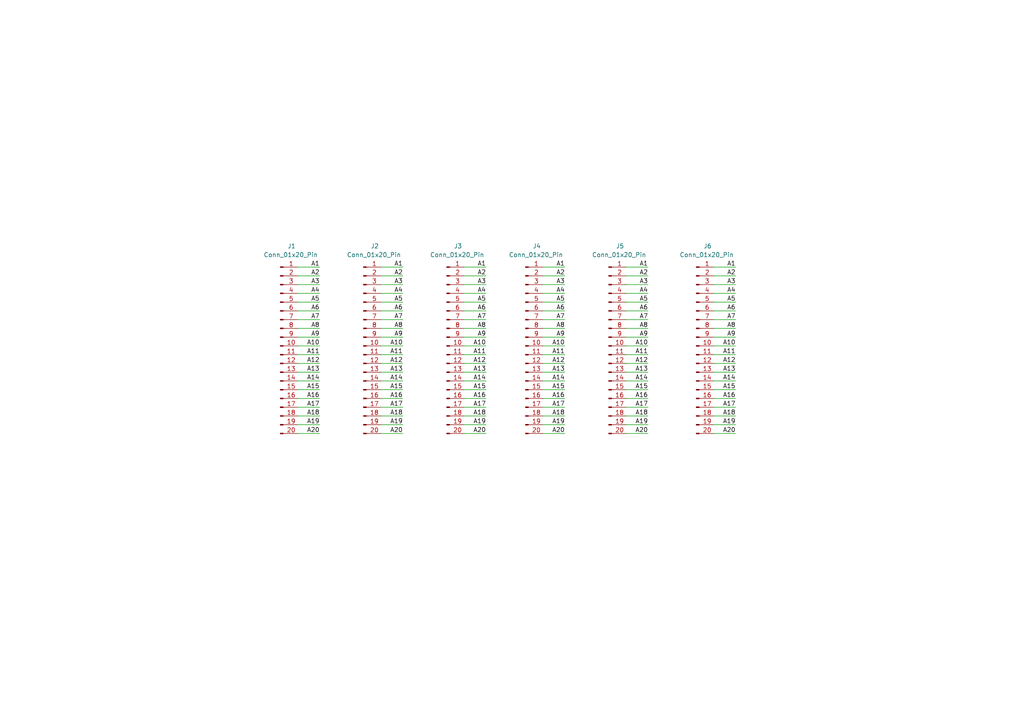
<source format=kicad_sch>
(kicad_sch
	(version 20231120)
	(generator "eeschema")
	(generator_version "8.0")
	(uuid "682f5cde-d800-49ec-b236-ce17a26fc645")
	(paper "A4")
	(title_block
		(title "Connector pitch Conveter")
		(rev "1")
		(company "Amos Home")
	)
	(lib_symbols
		(symbol "Connector:Conn_01x20_Pin"
			(pin_names
				(offset 1.016) hide)
			(exclude_from_sim no)
			(in_bom yes)
			(on_board yes)
			(property "Reference" "J"
				(at 0 25.4 0)
				(effects
					(font
						(size 1.27 1.27)
					)
				)
			)
			(property "Value" "Conn_01x20_Pin"
				(at 0 -27.94 0)
				(effects
					(font
						(size 1.27 1.27)
					)
				)
			)
			(property "Footprint" ""
				(at 0 0 0)
				(effects
					(font
						(size 1.27 1.27)
					)
					(hide yes)
				)
			)
			(property "Datasheet" "~"
				(at 0 0 0)
				(effects
					(font
						(size 1.27 1.27)
					)
					(hide yes)
				)
			)
			(property "Description" "Generic connector, single row, 01x20, script generated"
				(at 0 0 0)
				(effects
					(font
						(size 1.27 1.27)
					)
					(hide yes)
				)
			)
			(property "ki_locked" ""
				(at 0 0 0)
				(effects
					(font
						(size 1.27 1.27)
					)
				)
			)
			(property "ki_keywords" "connector"
				(at 0 0 0)
				(effects
					(font
						(size 1.27 1.27)
					)
					(hide yes)
				)
			)
			(property "ki_fp_filters" "Connector*:*_1x??_*"
				(at 0 0 0)
				(effects
					(font
						(size 1.27 1.27)
					)
					(hide yes)
				)
			)
			(symbol "Conn_01x20_Pin_1_1"
				(polyline
					(pts
						(xy 1.27 -25.4) (xy 0.8636 -25.4)
					)
					(stroke
						(width 0.1524)
						(type default)
					)
					(fill
						(type none)
					)
				)
				(polyline
					(pts
						(xy 1.27 -22.86) (xy 0.8636 -22.86)
					)
					(stroke
						(width 0.1524)
						(type default)
					)
					(fill
						(type none)
					)
				)
				(polyline
					(pts
						(xy 1.27 -20.32) (xy 0.8636 -20.32)
					)
					(stroke
						(width 0.1524)
						(type default)
					)
					(fill
						(type none)
					)
				)
				(polyline
					(pts
						(xy 1.27 -17.78) (xy 0.8636 -17.78)
					)
					(stroke
						(width 0.1524)
						(type default)
					)
					(fill
						(type none)
					)
				)
				(polyline
					(pts
						(xy 1.27 -15.24) (xy 0.8636 -15.24)
					)
					(stroke
						(width 0.1524)
						(type default)
					)
					(fill
						(type none)
					)
				)
				(polyline
					(pts
						(xy 1.27 -12.7) (xy 0.8636 -12.7)
					)
					(stroke
						(width 0.1524)
						(type default)
					)
					(fill
						(type none)
					)
				)
				(polyline
					(pts
						(xy 1.27 -10.16) (xy 0.8636 -10.16)
					)
					(stroke
						(width 0.1524)
						(type default)
					)
					(fill
						(type none)
					)
				)
				(polyline
					(pts
						(xy 1.27 -7.62) (xy 0.8636 -7.62)
					)
					(stroke
						(width 0.1524)
						(type default)
					)
					(fill
						(type none)
					)
				)
				(polyline
					(pts
						(xy 1.27 -5.08) (xy 0.8636 -5.08)
					)
					(stroke
						(width 0.1524)
						(type default)
					)
					(fill
						(type none)
					)
				)
				(polyline
					(pts
						(xy 1.27 -2.54) (xy 0.8636 -2.54)
					)
					(stroke
						(width 0.1524)
						(type default)
					)
					(fill
						(type none)
					)
				)
				(polyline
					(pts
						(xy 1.27 0) (xy 0.8636 0)
					)
					(stroke
						(width 0.1524)
						(type default)
					)
					(fill
						(type none)
					)
				)
				(polyline
					(pts
						(xy 1.27 2.54) (xy 0.8636 2.54)
					)
					(stroke
						(width 0.1524)
						(type default)
					)
					(fill
						(type none)
					)
				)
				(polyline
					(pts
						(xy 1.27 5.08) (xy 0.8636 5.08)
					)
					(stroke
						(width 0.1524)
						(type default)
					)
					(fill
						(type none)
					)
				)
				(polyline
					(pts
						(xy 1.27 7.62) (xy 0.8636 7.62)
					)
					(stroke
						(width 0.1524)
						(type default)
					)
					(fill
						(type none)
					)
				)
				(polyline
					(pts
						(xy 1.27 10.16) (xy 0.8636 10.16)
					)
					(stroke
						(width 0.1524)
						(type default)
					)
					(fill
						(type none)
					)
				)
				(polyline
					(pts
						(xy 1.27 12.7) (xy 0.8636 12.7)
					)
					(stroke
						(width 0.1524)
						(type default)
					)
					(fill
						(type none)
					)
				)
				(polyline
					(pts
						(xy 1.27 15.24) (xy 0.8636 15.24)
					)
					(stroke
						(width 0.1524)
						(type default)
					)
					(fill
						(type none)
					)
				)
				(polyline
					(pts
						(xy 1.27 17.78) (xy 0.8636 17.78)
					)
					(stroke
						(width 0.1524)
						(type default)
					)
					(fill
						(type none)
					)
				)
				(polyline
					(pts
						(xy 1.27 20.32) (xy 0.8636 20.32)
					)
					(stroke
						(width 0.1524)
						(type default)
					)
					(fill
						(type none)
					)
				)
				(polyline
					(pts
						(xy 1.27 22.86) (xy 0.8636 22.86)
					)
					(stroke
						(width 0.1524)
						(type default)
					)
					(fill
						(type none)
					)
				)
				(rectangle
					(start 0.8636 -25.273)
					(end 0 -25.527)
					(stroke
						(width 0.1524)
						(type default)
					)
					(fill
						(type outline)
					)
				)
				(rectangle
					(start 0.8636 -22.733)
					(end 0 -22.987)
					(stroke
						(width 0.1524)
						(type default)
					)
					(fill
						(type outline)
					)
				)
				(rectangle
					(start 0.8636 -20.193)
					(end 0 -20.447)
					(stroke
						(width 0.1524)
						(type default)
					)
					(fill
						(type outline)
					)
				)
				(rectangle
					(start 0.8636 -17.653)
					(end 0 -17.907)
					(stroke
						(width 0.1524)
						(type default)
					)
					(fill
						(type outline)
					)
				)
				(rectangle
					(start 0.8636 -15.113)
					(end 0 -15.367)
					(stroke
						(width 0.1524)
						(type default)
					)
					(fill
						(type outline)
					)
				)
				(rectangle
					(start 0.8636 -12.573)
					(end 0 -12.827)
					(stroke
						(width 0.1524)
						(type default)
					)
					(fill
						(type outline)
					)
				)
				(rectangle
					(start 0.8636 -10.033)
					(end 0 -10.287)
					(stroke
						(width 0.1524)
						(type default)
					)
					(fill
						(type outline)
					)
				)
				(rectangle
					(start 0.8636 -7.493)
					(end 0 -7.747)
					(stroke
						(width 0.1524)
						(type default)
					)
					(fill
						(type outline)
					)
				)
				(rectangle
					(start 0.8636 -4.953)
					(end 0 -5.207)
					(stroke
						(width 0.1524)
						(type default)
					)
					(fill
						(type outline)
					)
				)
				(rectangle
					(start 0.8636 -2.413)
					(end 0 -2.667)
					(stroke
						(width 0.1524)
						(type default)
					)
					(fill
						(type outline)
					)
				)
				(rectangle
					(start 0.8636 0.127)
					(end 0 -0.127)
					(stroke
						(width 0.1524)
						(type default)
					)
					(fill
						(type outline)
					)
				)
				(rectangle
					(start 0.8636 2.667)
					(end 0 2.413)
					(stroke
						(width 0.1524)
						(type default)
					)
					(fill
						(type outline)
					)
				)
				(rectangle
					(start 0.8636 5.207)
					(end 0 4.953)
					(stroke
						(width 0.1524)
						(type default)
					)
					(fill
						(type outline)
					)
				)
				(rectangle
					(start 0.8636 7.747)
					(end 0 7.493)
					(stroke
						(width 0.1524)
						(type default)
					)
					(fill
						(type outline)
					)
				)
				(rectangle
					(start 0.8636 10.287)
					(end 0 10.033)
					(stroke
						(width 0.1524)
						(type default)
					)
					(fill
						(type outline)
					)
				)
				(rectangle
					(start 0.8636 12.827)
					(end 0 12.573)
					(stroke
						(width 0.1524)
						(type default)
					)
					(fill
						(type outline)
					)
				)
				(rectangle
					(start 0.8636 15.367)
					(end 0 15.113)
					(stroke
						(width 0.1524)
						(type default)
					)
					(fill
						(type outline)
					)
				)
				(rectangle
					(start 0.8636 17.907)
					(end 0 17.653)
					(stroke
						(width 0.1524)
						(type default)
					)
					(fill
						(type outline)
					)
				)
				(rectangle
					(start 0.8636 20.447)
					(end 0 20.193)
					(stroke
						(width 0.1524)
						(type default)
					)
					(fill
						(type outline)
					)
				)
				(rectangle
					(start 0.8636 22.987)
					(end 0 22.733)
					(stroke
						(width 0.1524)
						(type default)
					)
					(fill
						(type outline)
					)
				)
				(pin passive line
					(at 5.08 22.86 180)
					(length 3.81)
					(name "Pin_1"
						(effects
							(font
								(size 1.27 1.27)
							)
						)
					)
					(number "1"
						(effects
							(font
								(size 1.27 1.27)
							)
						)
					)
				)
				(pin passive line
					(at 5.08 0 180)
					(length 3.81)
					(name "Pin_10"
						(effects
							(font
								(size 1.27 1.27)
							)
						)
					)
					(number "10"
						(effects
							(font
								(size 1.27 1.27)
							)
						)
					)
				)
				(pin passive line
					(at 5.08 -2.54 180)
					(length 3.81)
					(name "Pin_11"
						(effects
							(font
								(size 1.27 1.27)
							)
						)
					)
					(number "11"
						(effects
							(font
								(size 1.27 1.27)
							)
						)
					)
				)
				(pin passive line
					(at 5.08 -5.08 180)
					(length 3.81)
					(name "Pin_12"
						(effects
							(font
								(size 1.27 1.27)
							)
						)
					)
					(number "12"
						(effects
							(font
								(size 1.27 1.27)
							)
						)
					)
				)
				(pin passive line
					(at 5.08 -7.62 180)
					(length 3.81)
					(name "Pin_13"
						(effects
							(font
								(size 1.27 1.27)
							)
						)
					)
					(number "13"
						(effects
							(font
								(size 1.27 1.27)
							)
						)
					)
				)
				(pin passive line
					(at 5.08 -10.16 180)
					(length 3.81)
					(name "Pin_14"
						(effects
							(font
								(size 1.27 1.27)
							)
						)
					)
					(number "14"
						(effects
							(font
								(size 1.27 1.27)
							)
						)
					)
				)
				(pin passive line
					(at 5.08 -12.7 180)
					(length 3.81)
					(name "Pin_15"
						(effects
							(font
								(size 1.27 1.27)
							)
						)
					)
					(number "15"
						(effects
							(font
								(size 1.27 1.27)
							)
						)
					)
				)
				(pin passive line
					(at 5.08 -15.24 180)
					(length 3.81)
					(name "Pin_16"
						(effects
							(font
								(size 1.27 1.27)
							)
						)
					)
					(number "16"
						(effects
							(font
								(size 1.27 1.27)
							)
						)
					)
				)
				(pin passive line
					(at 5.08 -17.78 180)
					(length 3.81)
					(name "Pin_17"
						(effects
							(font
								(size 1.27 1.27)
							)
						)
					)
					(number "17"
						(effects
							(font
								(size 1.27 1.27)
							)
						)
					)
				)
				(pin passive line
					(at 5.08 -20.32 180)
					(length 3.81)
					(name "Pin_18"
						(effects
							(font
								(size 1.27 1.27)
							)
						)
					)
					(number "18"
						(effects
							(font
								(size 1.27 1.27)
							)
						)
					)
				)
				(pin passive line
					(at 5.08 -22.86 180)
					(length 3.81)
					(name "Pin_19"
						(effects
							(font
								(size 1.27 1.27)
							)
						)
					)
					(number "19"
						(effects
							(font
								(size 1.27 1.27)
							)
						)
					)
				)
				(pin passive line
					(at 5.08 20.32 180)
					(length 3.81)
					(name "Pin_2"
						(effects
							(font
								(size 1.27 1.27)
							)
						)
					)
					(number "2"
						(effects
							(font
								(size 1.27 1.27)
							)
						)
					)
				)
				(pin passive line
					(at 5.08 -25.4 180)
					(length 3.81)
					(name "Pin_20"
						(effects
							(font
								(size 1.27 1.27)
							)
						)
					)
					(number "20"
						(effects
							(font
								(size 1.27 1.27)
							)
						)
					)
				)
				(pin passive line
					(at 5.08 17.78 180)
					(length 3.81)
					(name "Pin_3"
						(effects
							(font
								(size 1.27 1.27)
							)
						)
					)
					(number "3"
						(effects
							(font
								(size 1.27 1.27)
							)
						)
					)
				)
				(pin passive line
					(at 5.08 15.24 180)
					(length 3.81)
					(name "Pin_4"
						(effects
							(font
								(size 1.27 1.27)
							)
						)
					)
					(number "4"
						(effects
							(font
								(size 1.27 1.27)
							)
						)
					)
				)
				(pin passive line
					(at 5.08 12.7 180)
					(length 3.81)
					(name "Pin_5"
						(effects
							(font
								(size 1.27 1.27)
							)
						)
					)
					(number "5"
						(effects
							(font
								(size 1.27 1.27)
							)
						)
					)
				)
				(pin passive line
					(at 5.08 10.16 180)
					(length 3.81)
					(name "Pin_6"
						(effects
							(font
								(size 1.27 1.27)
							)
						)
					)
					(number "6"
						(effects
							(font
								(size 1.27 1.27)
							)
						)
					)
				)
				(pin passive line
					(at 5.08 7.62 180)
					(length 3.81)
					(name "Pin_7"
						(effects
							(font
								(size 1.27 1.27)
							)
						)
					)
					(number "7"
						(effects
							(font
								(size 1.27 1.27)
							)
						)
					)
				)
				(pin passive line
					(at 5.08 5.08 180)
					(length 3.81)
					(name "Pin_8"
						(effects
							(font
								(size 1.27 1.27)
							)
						)
					)
					(number "8"
						(effects
							(font
								(size 1.27 1.27)
							)
						)
					)
				)
				(pin passive line
					(at 5.08 2.54 180)
					(length 3.81)
					(name "Pin_9"
						(effects
							(font
								(size 1.27 1.27)
							)
						)
					)
					(number "9"
						(effects
							(font
								(size 1.27 1.27)
							)
						)
					)
				)
			)
		)
	)
	(wire
		(pts
			(xy 157.48 120.65) (xy 163.83 120.65)
		)
		(stroke
			(width 0)
			(type default)
		)
		(uuid "0069cd25-74a8-48de-aada-626ba8425bba")
	)
	(wire
		(pts
			(xy 157.48 110.49) (xy 163.83 110.49)
		)
		(stroke
			(width 0)
			(type default)
		)
		(uuid "00a7f2a7-9613-4955-b653-10b712f0e534")
	)
	(wire
		(pts
			(xy 86.36 85.09) (xy 92.71 85.09)
		)
		(stroke
			(width 0)
			(type default)
		)
		(uuid "01ff3535-c9be-438d-ae03-824334ec3423")
	)
	(wire
		(pts
			(xy 157.48 80.01) (xy 163.83 80.01)
		)
		(stroke
			(width 0)
			(type default)
		)
		(uuid "044bd9b1-5d5b-49a9-9d23-a1bf4ee5c05a")
	)
	(wire
		(pts
			(xy 86.36 82.55) (xy 92.71 82.55)
		)
		(stroke
			(width 0)
			(type default)
		)
		(uuid "05d58295-7aac-4dbc-83ae-0e82c4276236")
	)
	(wire
		(pts
			(xy 110.49 77.47) (xy 116.84 77.47)
		)
		(stroke
			(width 0)
			(type default)
		)
		(uuid "0aa3bd86-b60a-4d7e-9e7e-41b93e607565")
	)
	(wire
		(pts
			(xy 110.49 107.95) (xy 116.84 107.95)
		)
		(stroke
			(width 0)
			(type default)
		)
		(uuid "0b24a8b5-d5db-4b73-950b-876a432ac584")
	)
	(wire
		(pts
			(xy 207.01 113.03) (xy 213.36 113.03)
		)
		(stroke
			(width 0)
			(type default)
		)
		(uuid "12a2dc8a-a1a8-47aa-8051-cfad4152be04")
	)
	(wire
		(pts
			(xy 110.49 80.01) (xy 116.84 80.01)
		)
		(stroke
			(width 0)
			(type default)
		)
		(uuid "1380945a-8a48-4398-ab09-20b38374bd43")
	)
	(wire
		(pts
			(xy 157.48 113.03) (xy 163.83 113.03)
		)
		(stroke
			(width 0)
			(type default)
		)
		(uuid "15a4f759-f4f6-4979-b301-3a4456dfb527")
	)
	(wire
		(pts
			(xy 157.48 115.57) (xy 163.83 115.57)
		)
		(stroke
			(width 0)
			(type default)
		)
		(uuid "169e8c99-080c-486e-9bc3-074f4634e291")
	)
	(wire
		(pts
			(xy 110.49 92.71) (xy 116.84 92.71)
		)
		(stroke
			(width 0)
			(type default)
		)
		(uuid "1712153b-5d13-47e0-a29e-e62515a4f025")
	)
	(wire
		(pts
			(xy 157.48 95.25) (xy 163.83 95.25)
		)
		(stroke
			(width 0)
			(type default)
		)
		(uuid "17a78e23-952c-40bf-9bd2-08f0f657b493")
	)
	(wire
		(pts
			(xy 86.36 113.03) (xy 92.71 113.03)
		)
		(stroke
			(width 0)
			(type default)
		)
		(uuid "1b15e138-e303-49d8-b4a4-25f2a4f03993")
	)
	(wire
		(pts
			(xy 157.48 87.63) (xy 163.83 87.63)
		)
		(stroke
			(width 0)
			(type default)
		)
		(uuid "1b2e04bd-dad0-4cae-be80-79c5c74fc267")
	)
	(wire
		(pts
			(xy 181.61 115.57) (xy 187.96 115.57)
		)
		(stroke
			(width 0)
			(type default)
		)
		(uuid "1d6f62f3-081d-4735-83fd-0743912946d1")
	)
	(wire
		(pts
			(xy 110.49 100.33) (xy 116.84 100.33)
		)
		(stroke
			(width 0)
			(type default)
		)
		(uuid "1f082eef-6162-4f04-9b09-3f129af24248")
	)
	(wire
		(pts
			(xy 86.36 102.87) (xy 92.71 102.87)
		)
		(stroke
			(width 0)
			(type default)
		)
		(uuid "210158dd-1db2-4d65-93b3-ac911dac15f1")
	)
	(wire
		(pts
			(xy 134.62 92.71) (xy 140.97 92.71)
		)
		(stroke
			(width 0)
			(type default)
		)
		(uuid "229b47a2-7f7c-4689-8192-f22c7292a75c")
	)
	(wire
		(pts
			(xy 181.61 100.33) (xy 187.96 100.33)
		)
		(stroke
			(width 0)
			(type default)
		)
		(uuid "274191d0-7b35-4510-9660-1b9f6006982f")
	)
	(wire
		(pts
			(xy 86.36 118.11) (xy 92.71 118.11)
		)
		(stroke
			(width 0)
			(type default)
		)
		(uuid "30687b96-0785-47ce-b7b3-5512330a1ccf")
	)
	(wire
		(pts
			(xy 207.01 95.25) (xy 213.36 95.25)
		)
		(stroke
			(width 0)
			(type default)
		)
		(uuid "364f5ef4-5fb7-400d-b737-4e5c66dac88a")
	)
	(wire
		(pts
			(xy 181.61 118.11) (xy 187.96 118.11)
		)
		(stroke
			(width 0)
			(type default)
		)
		(uuid "367ab985-2acb-4812-84c5-7f568c6e60d5")
	)
	(wire
		(pts
			(xy 207.01 90.17) (xy 213.36 90.17)
		)
		(stroke
			(width 0)
			(type default)
		)
		(uuid "36d8e6ba-f3b7-4d78-a26e-c4c8f7c89dc5")
	)
	(wire
		(pts
			(xy 86.36 90.17) (xy 92.71 90.17)
		)
		(stroke
			(width 0)
			(type default)
		)
		(uuid "3845771d-7d0e-499b-898c-e77f090418d6")
	)
	(wire
		(pts
			(xy 207.01 100.33) (xy 213.36 100.33)
		)
		(stroke
			(width 0)
			(type default)
		)
		(uuid "3995dd35-e595-45ff-8153-f68ecc90537e")
	)
	(wire
		(pts
			(xy 181.61 125.73) (xy 187.96 125.73)
		)
		(stroke
			(width 0)
			(type default)
		)
		(uuid "3a1e72b8-0a05-4601-a0a4-be305c641727")
	)
	(wire
		(pts
			(xy 134.62 77.47) (xy 140.97 77.47)
		)
		(stroke
			(width 0)
			(type default)
		)
		(uuid "3eda7150-c855-48af-bbae-dc99b1a4c4bd")
	)
	(wire
		(pts
			(xy 134.62 113.03) (xy 140.97 113.03)
		)
		(stroke
			(width 0)
			(type default)
		)
		(uuid "3f7f1767-8cd6-4202-ab91-2541ab37374a")
	)
	(wire
		(pts
			(xy 86.36 87.63) (xy 92.71 87.63)
		)
		(stroke
			(width 0)
			(type default)
		)
		(uuid "3fa9f8d3-17ee-4ea6-8808-d54266981252")
	)
	(wire
		(pts
			(xy 157.48 82.55) (xy 163.83 82.55)
		)
		(stroke
			(width 0)
			(type default)
		)
		(uuid "419bf08d-a891-4338-8c04-fafe7c6ab9b0")
	)
	(wire
		(pts
			(xy 134.62 120.65) (xy 140.97 120.65)
		)
		(stroke
			(width 0)
			(type default)
		)
		(uuid "44714add-96eb-426e-bdeb-5a5a57f37643")
	)
	(wire
		(pts
			(xy 207.01 123.19) (xy 213.36 123.19)
		)
		(stroke
			(width 0)
			(type default)
		)
		(uuid "44fc91e7-5234-45c1-918e-22a03378e345")
	)
	(wire
		(pts
			(xy 181.61 107.95) (xy 187.96 107.95)
		)
		(stroke
			(width 0)
			(type default)
		)
		(uuid "45960a1c-52c3-4d7b-a90a-6321396d930b")
	)
	(wire
		(pts
			(xy 110.49 102.87) (xy 116.84 102.87)
		)
		(stroke
			(width 0)
			(type default)
		)
		(uuid "51bdd99d-9276-4358-b10b-d04cc7108d73")
	)
	(wire
		(pts
			(xy 86.36 100.33) (xy 92.71 100.33)
		)
		(stroke
			(width 0)
			(type default)
		)
		(uuid "544208dd-cd55-4f3a-8f17-6f21ad995f3e")
	)
	(wire
		(pts
			(xy 110.49 123.19) (xy 116.84 123.19)
		)
		(stroke
			(width 0)
			(type default)
		)
		(uuid "58a3f5c5-3bb2-46c0-9360-2439b905dda9")
	)
	(wire
		(pts
			(xy 86.36 125.73) (xy 92.71 125.73)
		)
		(stroke
			(width 0)
			(type default)
		)
		(uuid "58be8f0e-9b08-4436-9bd0-3534c83e4144")
	)
	(wire
		(pts
			(xy 110.49 120.65) (xy 116.84 120.65)
		)
		(stroke
			(width 0)
			(type default)
		)
		(uuid "5fa6dca4-7d8a-473e-8620-ebb4a5fb94f6")
	)
	(wire
		(pts
			(xy 207.01 77.47) (xy 213.36 77.47)
		)
		(stroke
			(width 0)
			(type default)
		)
		(uuid "6120913c-65b7-4d3e-9fbf-ed1d3e1c8f6f")
	)
	(wire
		(pts
			(xy 157.48 102.87) (xy 163.83 102.87)
		)
		(stroke
			(width 0)
			(type default)
		)
		(uuid "63e7d61e-1aa8-45bb-9a84-56da298fb3c2")
	)
	(wire
		(pts
			(xy 86.36 105.41) (xy 92.71 105.41)
		)
		(stroke
			(width 0)
			(type default)
		)
		(uuid "64af5a4c-1a2c-465c-af9b-d3ec2fd3694a")
	)
	(wire
		(pts
			(xy 134.62 125.73) (xy 140.97 125.73)
		)
		(stroke
			(width 0)
			(type default)
		)
		(uuid "66501b3a-b83c-4f8d-89c0-cb51ebed4df5")
	)
	(wire
		(pts
			(xy 86.36 80.01) (xy 92.71 80.01)
		)
		(stroke
			(width 0)
			(type default)
		)
		(uuid "6769ec36-06c9-4be6-ab76-e1e2a7cb18fc")
	)
	(wire
		(pts
			(xy 134.62 105.41) (xy 140.97 105.41)
		)
		(stroke
			(width 0)
			(type default)
		)
		(uuid "684d1b6e-89ba-4625-880a-a699d8af87a7")
	)
	(wire
		(pts
			(xy 157.48 107.95) (xy 163.83 107.95)
		)
		(stroke
			(width 0)
			(type default)
		)
		(uuid "70b5221c-936d-47c3-a47f-2f1ada62f67a")
	)
	(wire
		(pts
			(xy 207.01 118.11) (xy 213.36 118.11)
		)
		(stroke
			(width 0)
			(type default)
		)
		(uuid "71a66667-877f-461d-9c87-57c318fa3748")
	)
	(wire
		(pts
			(xy 86.36 77.47) (xy 92.71 77.47)
		)
		(stroke
			(width 0)
			(type default)
		)
		(uuid "78136cd8-b8cf-4e0d-a085-d5002db8cdb0")
	)
	(wire
		(pts
			(xy 181.61 92.71) (xy 187.96 92.71)
		)
		(stroke
			(width 0)
			(type default)
		)
		(uuid "7b8d0239-7f5e-4071-9b57-518d05d936c0")
	)
	(wire
		(pts
			(xy 181.61 110.49) (xy 187.96 110.49)
		)
		(stroke
			(width 0)
			(type default)
		)
		(uuid "7c368df0-4ef6-4a8c-95f7-15050d8f3508")
	)
	(wire
		(pts
			(xy 207.01 87.63) (xy 213.36 87.63)
		)
		(stroke
			(width 0)
			(type default)
		)
		(uuid "7cbf4d86-d781-4524-9b6d-bde9b5704a3b")
	)
	(wire
		(pts
			(xy 181.61 95.25) (xy 187.96 95.25)
		)
		(stroke
			(width 0)
			(type default)
		)
		(uuid "82c8dac3-d45c-4f24-bbe8-894f09713d95")
	)
	(wire
		(pts
			(xy 134.62 100.33) (xy 140.97 100.33)
		)
		(stroke
			(width 0)
			(type default)
		)
		(uuid "831f9772-aa59-4346-a670-86048892df64")
	)
	(wire
		(pts
			(xy 157.48 125.73) (xy 163.83 125.73)
		)
		(stroke
			(width 0)
			(type default)
		)
		(uuid "866718b2-04a3-4476-94d1-5e56ce31d82b")
	)
	(wire
		(pts
			(xy 181.61 90.17) (xy 187.96 90.17)
		)
		(stroke
			(width 0)
			(type default)
		)
		(uuid "87db0f17-5fdd-4a23-b325-51024df0d597")
	)
	(wire
		(pts
			(xy 110.49 95.25) (xy 116.84 95.25)
		)
		(stroke
			(width 0)
			(type default)
		)
		(uuid "88aabbd7-a7a2-4885-8935-b7a240bf620f")
	)
	(wire
		(pts
			(xy 110.49 85.09) (xy 116.84 85.09)
		)
		(stroke
			(width 0)
			(type default)
		)
		(uuid "89516f7b-109a-4797-8645-860543a1ec90")
	)
	(wire
		(pts
			(xy 207.01 120.65) (xy 213.36 120.65)
		)
		(stroke
			(width 0)
			(type default)
		)
		(uuid "8b9724dc-8025-4f0f-bee5-8fa5e70ed0ec")
	)
	(wire
		(pts
			(xy 110.49 82.55) (xy 116.84 82.55)
		)
		(stroke
			(width 0)
			(type default)
		)
		(uuid "8c705bc4-b1f9-4d64-bca5-e869b6ac5fc8")
	)
	(wire
		(pts
			(xy 157.48 97.79) (xy 163.83 97.79)
		)
		(stroke
			(width 0)
			(type default)
		)
		(uuid "8d181279-1e78-4bcf-baff-877b0129b8fc")
	)
	(wire
		(pts
			(xy 181.61 105.41) (xy 187.96 105.41)
		)
		(stroke
			(width 0)
			(type default)
		)
		(uuid "8db4fcaf-3ac8-4d4c-84f8-09f051d2a408")
	)
	(wire
		(pts
			(xy 157.48 92.71) (xy 163.83 92.71)
		)
		(stroke
			(width 0)
			(type default)
		)
		(uuid "8e002491-d12b-4264-9c90-c8d3d755e59a")
	)
	(wire
		(pts
			(xy 134.62 85.09) (xy 140.97 85.09)
		)
		(stroke
			(width 0)
			(type default)
		)
		(uuid "90ce9509-fcbf-4a4e-b306-beec80faac99")
	)
	(wire
		(pts
			(xy 86.36 95.25) (xy 92.71 95.25)
		)
		(stroke
			(width 0)
			(type default)
		)
		(uuid "9292cec8-2110-4982-b812-85d9a3db5653")
	)
	(wire
		(pts
			(xy 207.01 110.49) (xy 213.36 110.49)
		)
		(stroke
			(width 0)
			(type default)
		)
		(uuid "92fc2c65-9095-4aa0-8f2b-3f40bb6d8934")
	)
	(wire
		(pts
			(xy 110.49 118.11) (xy 116.84 118.11)
		)
		(stroke
			(width 0)
			(type default)
		)
		(uuid "93df6e6f-f871-45d5-b4f6-cf3e6cbfbc9b")
	)
	(wire
		(pts
			(xy 157.48 100.33) (xy 163.83 100.33)
		)
		(stroke
			(width 0)
			(type default)
		)
		(uuid "95e3df0e-6128-489c-a160-79b1f027a67b")
	)
	(wire
		(pts
			(xy 134.62 97.79) (xy 140.97 97.79)
		)
		(stroke
			(width 0)
			(type default)
		)
		(uuid "97582c51-c546-4df8-8be7-736371afbbae")
	)
	(wire
		(pts
			(xy 181.61 77.47) (xy 187.96 77.47)
		)
		(stroke
			(width 0)
			(type default)
		)
		(uuid "9a11c555-d6dd-4606-8b5d-3aab7cbf90d0")
	)
	(wire
		(pts
			(xy 134.62 102.87) (xy 140.97 102.87)
		)
		(stroke
			(width 0)
			(type default)
		)
		(uuid "9a47cde8-721c-44bb-877f-794432dfa9e3")
	)
	(wire
		(pts
			(xy 86.36 107.95) (xy 92.71 107.95)
		)
		(stroke
			(width 0)
			(type default)
		)
		(uuid "a0c1c984-a18b-423d-a747-41a1426ddf15")
	)
	(wire
		(pts
			(xy 110.49 110.49) (xy 116.84 110.49)
		)
		(stroke
			(width 0)
			(type default)
		)
		(uuid "a3065e99-764f-430a-b2b5-40d14c658c96")
	)
	(wire
		(pts
			(xy 207.01 102.87) (xy 213.36 102.87)
		)
		(stroke
			(width 0)
			(type default)
		)
		(uuid "a454a5c5-87db-47b0-aef5-ba29e07c3b1b")
	)
	(wire
		(pts
			(xy 181.61 85.09) (xy 187.96 85.09)
		)
		(stroke
			(width 0)
			(type default)
		)
		(uuid "a4a69d9b-cf7f-411b-8222-c7a1d7732b0c")
	)
	(wire
		(pts
			(xy 110.49 87.63) (xy 116.84 87.63)
		)
		(stroke
			(width 0)
			(type default)
		)
		(uuid "a51473a1-49db-4162-944a-d8baae36418a")
	)
	(wire
		(pts
			(xy 207.01 107.95) (xy 213.36 107.95)
		)
		(stroke
			(width 0)
			(type default)
		)
		(uuid "a6ab9192-6f38-4d66-a9f5-4dd91421f6b3")
	)
	(wire
		(pts
			(xy 86.36 92.71) (xy 92.71 92.71)
		)
		(stroke
			(width 0)
			(type default)
		)
		(uuid "a7d78950-dbf7-4032-9e18-20485a0e1bd8")
	)
	(wire
		(pts
			(xy 157.48 85.09) (xy 163.83 85.09)
		)
		(stroke
			(width 0)
			(type default)
		)
		(uuid "a89ed02f-9a1f-47b1-a4dd-149917f269a6")
	)
	(wire
		(pts
			(xy 207.01 92.71) (xy 213.36 92.71)
		)
		(stroke
			(width 0)
			(type default)
		)
		(uuid "a9456a9e-c7b8-44d1-a72a-45d594593bcf")
	)
	(wire
		(pts
			(xy 110.49 90.17) (xy 116.84 90.17)
		)
		(stroke
			(width 0)
			(type default)
		)
		(uuid "b06d51c8-266d-489e-8801-a37baae7218a")
	)
	(wire
		(pts
			(xy 207.01 105.41) (xy 213.36 105.41)
		)
		(stroke
			(width 0)
			(type default)
		)
		(uuid "b0df1df0-9ecd-4e82-b2fa-4e627ee5e5b3")
	)
	(wire
		(pts
			(xy 181.61 82.55) (xy 187.96 82.55)
		)
		(stroke
			(width 0)
			(type default)
		)
		(uuid "b37de02a-ca25-434b-87c9-a8b63a598a04")
	)
	(wire
		(pts
			(xy 134.62 95.25) (xy 140.97 95.25)
		)
		(stroke
			(width 0)
			(type default)
		)
		(uuid "b5b88abc-15ef-43e6-8c81-d36e9bc16d8e")
	)
	(wire
		(pts
			(xy 134.62 80.01) (xy 140.97 80.01)
		)
		(stroke
			(width 0)
			(type default)
		)
		(uuid "b78fd791-c9df-4382-8506-a93d9bdc4019")
	)
	(wire
		(pts
			(xy 181.61 87.63) (xy 187.96 87.63)
		)
		(stroke
			(width 0)
			(type default)
		)
		(uuid "b82bad1d-b048-44dd-b534-de6b38b2fc53")
	)
	(wire
		(pts
			(xy 110.49 97.79) (xy 116.84 97.79)
		)
		(stroke
			(width 0)
			(type default)
		)
		(uuid "bcac8d2a-3913-4c28-aaed-20d6f9cc6e71")
	)
	(wire
		(pts
			(xy 134.62 118.11) (xy 140.97 118.11)
		)
		(stroke
			(width 0)
			(type default)
		)
		(uuid "bccb4868-8342-4005-a899-09149caa4ee8")
	)
	(wire
		(pts
			(xy 134.62 107.95) (xy 140.97 107.95)
		)
		(stroke
			(width 0)
			(type default)
		)
		(uuid "be70f7e9-04be-487d-9931-04a5ed62970b")
	)
	(wire
		(pts
			(xy 134.62 110.49) (xy 140.97 110.49)
		)
		(stroke
			(width 0)
			(type default)
		)
		(uuid "c87a58fc-bc49-4b9c-8cae-edf1bfe5d001")
	)
	(wire
		(pts
			(xy 157.48 123.19) (xy 163.83 123.19)
		)
		(stroke
			(width 0)
			(type default)
		)
		(uuid "ca59d944-edab-4d0d-a8ea-bf7f01581b16")
	)
	(wire
		(pts
			(xy 134.62 87.63) (xy 140.97 87.63)
		)
		(stroke
			(width 0)
			(type default)
		)
		(uuid "ccc2155b-13e4-455f-9f61-2d1cbe29bf49")
	)
	(wire
		(pts
			(xy 207.01 97.79) (xy 213.36 97.79)
		)
		(stroke
			(width 0)
			(type default)
		)
		(uuid "ce681ff2-efd7-4d4f-ac88-1a8cd9270db7")
	)
	(wire
		(pts
			(xy 207.01 80.01) (xy 213.36 80.01)
		)
		(stroke
			(width 0)
			(type default)
		)
		(uuid "cf5fb885-ba67-4ebe-a3cc-a3e7a006323f")
	)
	(wire
		(pts
			(xy 157.48 105.41) (xy 163.83 105.41)
		)
		(stroke
			(width 0)
			(type default)
		)
		(uuid "cf73ff81-3f40-480a-9299-cecbdebb8029")
	)
	(wire
		(pts
			(xy 207.01 82.55) (xy 213.36 82.55)
		)
		(stroke
			(width 0)
			(type default)
		)
		(uuid "cfe69b0a-888a-40bf-992a-1384d12e7528")
	)
	(wire
		(pts
			(xy 181.61 123.19) (xy 187.96 123.19)
		)
		(stroke
			(width 0)
			(type default)
		)
		(uuid "d29eb5b9-91e3-436f-b288-c9410ca92889")
	)
	(wire
		(pts
			(xy 181.61 113.03) (xy 187.96 113.03)
		)
		(stroke
			(width 0)
			(type default)
		)
		(uuid "d2efef48-85bb-4c3b-8b27-4f62ad564ed6")
	)
	(wire
		(pts
			(xy 157.48 77.47) (xy 163.83 77.47)
		)
		(stroke
			(width 0)
			(type default)
		)
		(uuid "d59cd15c-e030-4109-841f-b153c944eed7")
	)
	(wire
		(pts
			(xy 157.48 118.11) (xy 163.83 118.11)
		)
		(stroke
			(width 0)
			(type default)
		)
		(uuid "d756863d-6f16-4805-8d0f-02503b5083be")
	)
	(wire
		(pts
			(xy 134.62 115.57) (xy 140.97 115.57)
		)
		(stroke
			(width 0)
			(type default)
		)
		(uuid "d8917b74-2608-4128-8723-4b2ea3f33f7b")
	)
	(wire
		(pts
			(xy 207.01 125.73) (xy 213.36 125.73)
		)
		(stroke
			(width 0)
			(type default)
		)
		(uuid "d8f925be-b4d6-4992-a879-f4656a21a880")
	)
	(wire
		(pts
			(xy 110.49 113.03) (xy 116.84 113.03)
		)
		(stroke
			(width 0)
			(type default)
		)
		(uuid "d9799adc-0288-4b98-9b84-44cb12bc7715")
	)
	(wire
		(pts
			(xy 86.36 115.57) (xy 92.71 115.57)
		)
		(stroke
			(width 0)
			(type default)
		)
		(uuid "da56d6e8-1fd0-4474-a619-6b03a5f6dca1")
	)
	(wire
		(pts
			(xy 86.36 110.49) (xy 92.71 110.49)
		)
		(stroke
			(width 0)
			(type default)
		)
		(uuid "db730b4e-56a0-44cf-bd6d-eec771dd46e5")
	)
	(wire
		(pts
			(xy 134.62 123.19) (xy 140.97 123.19)
		)
		(stroke
			(width 0)
			(type default)
		)
		(uuid "dce49981-79e1-4533-81af-ec31c969b999")
	)
	(wire
		(pts
			(xy 110.49 125.73) (xy 116.84 125.73)
		)
		(stroke
			(width 0)
			(type default)
		)
		(uuid "e0a377b4-f67f-422f-903f-09d9b229be87")
	)
	(wire
		(pts
			(xy 110.49 115.57) (xy 116.84 115.57)
		)
		(stroke
			(width 0)
			(type default)
		)
		(uuid "e0c93ae9-11a6-4085-9b37-5078be507bf7")
	)
	(wire
		(pts
			(xy 181.61 120.65) (xy 187.96 120.65)
		)
		(stroke
			(width 0)
			(type default)
		)
		(uuid "e22158b0-522d-4cfe-b2be-ec1f2a6f317f")
	)
	(wire
		(pts
			(xy 181.61 97.79) (xy 187.96 97.79)
		)
		(stroke
			(width 0)
			(type default)
		)
		(uuid "e836fb19-4618-46ea-9f45-2be9f7da1c37")
	)
	(wire
		(pts
			(xy 134.62 90.17) (xy 140.97 90.17)
		)
		(stroke
			(width 0)
			(type default)
		)
		(uuid "eb6f53af-7cd9-4723-b30b-c40d37a9d671")
	)
	(wire
		(pts
			(xy 181.61 80.01) (xy 187.96 80.01)
		)
		(stroke
			(width 0)
			(type default)
		)
		(uuid "ed038806-fb29-4198-9b47-ab6ea3779cb7")
	)
	(wire
		(pts
			(xy 207.01 115.57) (xy 213.36 115.57)
		)
		(stroke
			(width 0)
			(type default)
		)
		(uuid "efa25eb3-112f-494d-ac67-b20c7b97ec56")
	)
	(wire
		(pts
			(xy 181.61 102.87) (xy 187.96 102.87)
		)
		(stroke
			(width 0)
			(type default)
		)
		(uuid "efd96311-bddd-4352-8d4c-6d46e5041c38")
	)
	(wire
		(pts
			(xy 86.36 97.79) (xy 92.71 97.79)
		)
		(stroke
			(width 0)
			(type default)
		)
		(uuid "efe478ab-24e3-4447-b828-45f92127efc3")
	)
	(wire
		(pts
			(xy 207.01 85.09) (xy 213.36 85.09)
		)
		(stroke
			(width 0)
			(type default)
		)
		(uuid "eff27b37-8394-4aeb-8403-34f76760e66c")
	)
	(wire
		(pts
			(xy 86.36 120.65) (xy 92.71 120.65)
		)
		(stroke
			(width 0)
			(type default)
		)
		(uuid "f2958587-8ec9-4f6a-8c1a-41af2f1c11b1")
	)
	(wire
		(pts
			(xy 86.36 123.19) (xy 92.71 123.19)
		)
		(stroke
			(width 0)
			(type default)
		)
		(uuid "f7315255-14d1-4d65-9bea-b2c502fd7bbd")
	)
	(wire
		(pts
			(xy 110.49 105.41) (xy 116.84 105.41)
		)
		(stroke
			(width 0)
			(type default)
		)
		(uuid "fd0ee3e9-4ea0-4677-81c0-38228113f9da")
	)
	(wire
		(pts
			(xy 157.48 90.17) (xy 163.83 90.17)
		)
		(stroke
			(width 0)
			(type default)
		)
		(uuid "fe515599-099a-4929-8a08-139187ab53c7")
	)
	(wire
		(pts
			(xy 134.62 82.55) (xy 140.97 82.55)
		)
		(stroke
			(width 0)
			(type default)
		)
		(uuid "ff42a0ab-e286-41a1-9936-3933627df17a")
	)
	(label "A12"
		(at 187.96 105.41 180)
		(fields_autoplaced yes)
		(effects
			(font
				(size 1.27 1.27)
			)
			(justify right bottom)
		)
		(uuid "013f4806-f9f7-47df-b7b2-17a56ed64462")
	)
	(label "A2"
		(at 163.83 80.01 180)
		(fields_autoplaced yes)
		(effects
			(font
				(size 1.27 1.27)
			)
			(justify right bottom)
		)
		(uuid "03ca5ea1-3a5b-49d9-a757-d99e3bd0c249")
	)
	(label "A1"
		(at 213.36 77.47 180)
		(fields_autoplaced yes)
		(effects
			(font
				(size 1.27 1.27)
			)
			(justify right bottom)
		)
		(uuid "068fef39-63c2-4900-baa8-7ff2034ce535")
	)
	(label "A14"
		(at 213.36 110.49 180)
		(fields_autoplaced yes)
		(effects
			(font
				(size 1.27 1.27)
			)
			(justify right bottom)
		)
		(uuid "07f2060b-a487-409c-b50a-3f4d16eb9ea4")
	)
	(label "A7"
		(at 213.36 92.71 180)
		(fields_autoplaced yes)
		(effects
			(font
				(size 1.27 1.27)
			)
			(justify right bottom)
		)
		(uuid "083fe7a9-3c8f-4e01-adff-4bcc78157226")
	)
	(label "A16"
		(at 163.83 115.57 180)
		(fields_autoplaced yes)
		(effects
			(font
				(size 1.27 1.27)
			)
			(justify right bottom)
		)
		(uuid "090ec5f7-55cd-4e98-98ff-c5941422ae89")
	)
	(label "A17"
		(at 187.96 118.11 180)
		(fields_autoplaced yes)
		(effects
			(font
				(size 1.27 1.27)
			)
			(justify right bottom)
		)
		(uuid "0ab94fd8-a33f-41da-95b2-52bb4855d4aa")
	)
	(label "A10"
		(at 187.96 100.33 180)
		(fields_autoplaced yes)
		(effects
			(font
				(size 1.27 1.27)
			)
			(justify right bottom)
		)
		(uuid "0dd6580c-d83c-4468-a5a9-b7ddac5d5808")
	)
	(label "A19"
		(at 92.71 123.19 180)
		(fields_autoplaced yes)
		(effects
			(font
				(size 1.27 1.27)
			)
			(justify right bottom)
		)
		(uuid "10d6880b-af90-4757-9429-2100029fdc13")
	)
	(label "A15"
		(at 116.84 113.03 180)
		(fields_autoplaced yes)
		(effects
			(font
				(size 1.27 1.27)
			)
			(justify right bottom)
		)
		(uuid "17c57a4a-4e8b-4ab7-9e36-1adacb92352b")
	)
	(label "A2"
		(at 140.97 80.01 180)
		(fields_autoplaced yes)
		(effects
			(font
				(size 1.27 1.27)
			)
			(justify right bottom)
		)
		(uuid "1affb1b4-9445-4583-8b1d-1d7f713069b0")
	)
	(label "A10"
		(at 92.71 100.33 180)
		(fields_autoplaced yes)
		(effects
			(font
				(size 1.27 1.27)
			)
			(justify right bottom)
		)
		(uuid "1b826d5a-a996-431c-95ce-3158e9d4f48f")
	)
	(label "A8"
		(at 163.83 95.25 180)
		(fields_autoplaced yes)
		(effects
			(font
				(size 1.27 1.27)
			)
			(justify right bottom)
		)
		(uuid "1e2745fe-274f-45a5-93ba-495153b8f418")
	)
	(label "A15"
		(at 140.97 113.03 180)
		(fields_autoplaced yes)
		(effects
			(font
				(size 1.27 1.27)
			)
			(justify right bottom)
		)
		(uuid "20b36667-327f-4a7d-9e92-6f92ebeff7f4")
	)
	(label "A16"
		(at 187.96 115.57 180)
		(fields_autoplaced yes)
		(effects
			(font
				(size 1.27 1.27)
			)
			(justify right bottom)
		)
		(uuid "21c98dbf-ba99-4df0-ae78-c6039609bbbb")
	)
	(label "A18"
		(at 116.84 120.65 180)
		(fields_autoplaced yes)
		(effects
			(font
				(size 1.27 1.27)
			)
			(justify right bottom)
		)
		(uuid "271cadbf-6caa-4019-8975-f5e7a75fbacf")
	)
	(label "A5"
		(at 163.83 87.63 180)
		(fields_autoplaced yes)
		(effects
			(font
				(size 1.27 1.27)
			)
			(justify right bottom)
		)
		(uuid "277603dd-a64d-41e3-b2ee-d80d8d09f512")
	)
	(label "A14"
		(at 116.84 110.49 180)
		(fields_autoplaced yes)
		(effects
			(font
				(size 1.27 1.27)
			)
			(justify right bottom)
		)
		(uuid "2a07d799-b907-452b-bc58-09e399310607")
	)
	(label "A3"
		(at 116.84 82.55 180)
		(fields_autoplaced yes)
		(effects
			(font
				(size 1.27 1.27)
			)
			(justify right bottom)
		)
		(uuid "2db5b472-3a57-40c8-bca9-e54072450085")
	)
	(label "A9"
		(at 116.84 97.79 180)
		(fields_autoplaced yes)
		(effects
			(font
				(size 1.27 1.27)
			)
			(justify right bottom)
		)
		(uuid "2e6565e2-88dc-411d-b367-f79e1685ba67")
	)
	(label "A8"
		(at 116.84 95.25 180)
		(fields_autoplaced yes)
		(effects
			(font
				(size 1.27 1.27)
			)
			(justify right bottom)
		)
		(uuid "2fe06620-f401-4bec-b3ec-c26e41453344")
	)
	(label "A12"
		(at 140.97 105.41 180)
		(fields_autoplaced yes)
		(effects
			(font
				(size 1.27 1.27)
			)
			(justify right bottom)
		)
		(uuid "3417c815-95b1-4eb8-8e28-e38a5763858e")
	)
	(label "A20"
		(at 187.96 125.73 180)
		(fields_autoplaced yes)
		(effects
			(font
				(size 1.27 1.27)
			)
			(justify right bottom)
		)
		(uuid "34d88c0c-47bc-4090-8cf0-d3debf7e4575")
	)
	(label "A19"
		(at 140.97 123.19 180)
		(fields_autoplaced yes)
		(effects
			(font
				(size 1.27 1.27)
			)
			(justify right bottom)
		)
		(uuid "375907a6-274e-4737-97f3-8b7b5ea71b3a")
	)
	(label "A6"
		(at 213.36 90.17 180)
		(fields_autoplaced yes)
		(effects
			(font
				(size 1.27 1.27)
			)
			(justify right bottom)
		)
		(uuid "376d235a-118e-4790-b1ce-edefe90fc18b")
	)
	(label "A11"
		(at 163.83 102.87 180)
		(fields_autoplaced yes)
		(effects
			(font
				(size 1.27 1.27)
			)
			(justify right bottom)
		)
		(uuid "380d5780-8514-46b6-a6c3-9e32927153ba")
	)
	(label "A8"
		(at 187.96 95.25 180)
		(fields_autoplaced yes)
		(effects
			(font
				(size 1.27 1.27)
			)
			(justify right bottom)
		)
		(uuid "3868abd1-33a5-4f25-83ea-7c750c5b18d7")
	)
	(label "A4"
		(at 187.96 85.09 180)
		(fields_autoplaced yes)
		(effects
			(font
				(size 1.27 1.27)
			)
			(justify right bottom)
		)
		(uuid "395bdd98-834e-4b22-a841-f8cde3e13d71")
	)
	(label "A8"
		(at 92.71 95.25 180)
		(fields_autoplaced yes)
		(effects
			(font
				(size 1.27 1.27)
			)
			(justify right bottom)
		)
		(uuid "3a22e06b-e7b6-4fd2-9f78-836cbeb6001d")
	)
	(label "A16"
		(at 92.71 115.57 180)
		(fields_autoplaced yes)
		(effects
			(font
				(size 1.27 1.27)
			)
			(justify right bottom)
		)
		(uuid "3c28ac93-d6ef-4c47-8d76-709839699782")
	)
	(label "A6"
		(at 92.71 90.17 180)
		(fields_autoplaced yes)
		(effects
			(font
				(size 1.27 1.27)
			)
			(justify right bottom)
		)
		(uuid "3efb4b82-a305-47f0-b0ca-5eda4586a2fb")
	)
	(label "A5"
		(at 140.97 87.63 180)
		(fields_autoplaced yes)
		(effects
			(font
				(size 1.27 1.27)
			)
			(justify right bottom)
		)
		(uuid "40559f88-f6c7-45c4-9d22-0c9a9be72c30")
	)
	(label "A12"
		(at 116.84 105.41 180)
		(fields_autoplaced yes)
		(effects
			(font
				(size 1.27 1.27)
			)
			(justify right bottom)
		)
		(uuid "40d35c8d-fd24-4f82-a27a-c8b4014f7ed1")
	)
	(label "A2"
		(at 92.71 80.01 180)
		(fields_autoplaced yes)
		(effects
			(font
				(size 1.27 1.27)
			)
			(justify right bottom)
		)
		(uuid "42a23084-6f0d-45e3-8697-7ce99cc72d0f")
	)
	(label "A13"
		(at 116.84 107.95 180)
		(fields_autoplaced yes)
		(effects
			(font
				(size 1.27 1.27)
			)
			(justify right bottom)
		)
		(uuid "4d4c53d5-ec00-478d-b9f7-336caf871288")
	)
	(label "A9"
		(at 213.36 97.79 180)
		(fields_autoplaced yes)
		(effects
			(font
				(size 1.27 1.27)
			)
			(justify right bottom)
		)
		(uuid "4d718e72-7530-44bb-9d2e-9e185182b6d0")
	)
	(label "A20"
		(at 163.83 125.73 180)
		(fields_autoplaced yes)
		(effects
			(font
				(size 1.27 1.27)
			)
			(justify right bottom)
		)
		(uuid "4ef78f74-74c9-4c68-b1c3-deb4232991b3")
	)
	(label "A2"
		(at 116.84 80.01 180)
		(fields_autoplaced yes)
		(effects
			(font
				(size 1.27 1.27)
			)
			(justify right bottom)
		)
		(uuid "516bbf99-fe2a-47d0-ac81-897185db3523")
	)
	(label "A4"
		(at 140.97 85.09 180)
		(fields_autoplaced yes)
		(effects
			(font
				(size 1.27 1.27)
			)
			(justify right bottom)
		)
		(uuid "55ce0d34-8acf-4449-b539-7bee605e8c87")
	)
	(label "A12"
		(at 163.83 105.41 180)
		(fields_autoplaced yes)
		(effects
			(font
				(size 1.27 1.27)
			)
			(justify right bottom)
		)
		(uuid "566b1c96-c265-4420-8af9-a6f569d769a5")
	)
	(label "A7"
		(at 163.83 92.71 180)
		(fields_autoplaced yes)
		(effects
			(font
				(size 1.27 1.27)
			)
			(justify right bottom)
		)
		(uuid "5d5698ff-2e21-46e5-a5e8-6185b572a7e6")
	)
	(label "A6"
		(at 163.83 90.17 180)
		(fields_autoplaced yes)
		(effects
			(font
				(size 1.27 1.27)
			)
			(justify right bottom)
		)
		(uuid "5e97fc5b-ea8a-4822-bc23-13cc4b32e5f4")
	)
	(label "A5"
		(at 187.96 87.63 180)
		(fields_autoplaced yes)
		(effects
			(font
				(size 1.27 1.27)
			)
			(justify right bottom)
		)
		(uuid "60d8536a-cfc6-4409-b88b-5520b7fc2e6b")
	)
	(label "A1"
		(at 116.84 77.47 180)
		(fields_autoplaced yes)
		(effects
			(font
				(size 1.27 1.27)
			)
			(justify right bottom)
		)
		(uuid "613c39c0-2469-4b06-a795-b9bc9e2ecd97")
	)
	(label "A3"
		(at 140.97 82.55 180)
		(fields_autoplaced yes)
		(effects
			(font
				(size 1.27 1.27)
			)
			(justify right bottom)
		)
		(uuid "685503bb-7d01-477c-a038-8ca02ae71a7f")
	)
	(label "A5"
		(at 92.71 87.63 180)
		(fields_autoplaced yes)
		(effects
			(font
				(size 1.27 1.27)
			)
			(justify right bottom)
		)
		(uuid "69056e09-9fb3-49d8-8b16-8a96aca06121")
	)
	(label "A19"
		(at 187.96 123.19 180)
		(fields_autoplaced yes)
		(effects
			(font
				(size 1.27 1.27)
			)
			(justify right bottom)
		)
		(uuid "701dfa96-6370-4752-a328-b4d30adb0001")
	)
	(label "A2"
		(at 187.96 80.01 180)
		(fields_autoplaced yes)
		(effects
			(font
				(size 1.27 1.27)
			)
			(justify right bottom)
		)
		(uuid "7256271a-6289-4a36-9141-be36f6000ed8")
	)
	(label "A10"
		(at 213.36 100.33 180)
		(fields_autoplaced yes)
		(effects
			(font
				(size 1.27 1.27)
			)
			(justify right bottom)
		)
		(uuid "7386b023-25e1-4be6-a5f3-459691a5ecd0")
	)
	(label "A13"
		(at 92.71 107.95 180)
		(fields_autoplaced yes)
		(effects
			(font
				(size 1.27 1.27)
			)
			(justify right bottom)
		)
		(uuid "73c83304-5132-48e5-9f55-d68c138555d6")
	)
	(label "A13"
		(at 213.36 107.95 180)
		(fields_autoplaced yes)
		(effects
			(font
				(size 1.27 1.27)
			)
			(justify right bottom)
		)
		(uuid "7420dd5b-887a-43a9-8b1f-395451bf842e")
	)
	(label "A12"
		(at 92.71 105.41 180)
		(fields_autoplaced yes)
		(effects
			(font
				(size 1.27 1.27)
			)
			(justify right bottom)
		)
		(uuid "76be3b21-f94e-47f0-a0db-280d4fe00ce4")
	)
	(label "A7"
		(at 116.84 92.71 180)
		(fields_autoplaced yes)
		(effects
			(font
				(size 1.27 1.27)
			)
			(justify right bottom)
		)
		(uuid "79bf543b-45de-4772-a3a9-20fa0e6e06bd")
	)
	(label "A18"
		(at 92.71 120.65 180)
		(fields_autoplaced yes)
		(effects
			(font
				(size 1.27 1.27)
			)
			(justify right bottom)
		)
		(uuid "7b437b41-1ca1-44fe-8fd4-0f5d011b7fdd")
	)
	(label "A10"
		(at 163.83 100.33 180)
		(fields_autoplaced yes)
		(effects
			(font
				(size 1.27 1.27)
			)
			(justify right bottom)
		)
		(uuid "7b7416be-cc3b-446e-a871-9365415dc909")
	)
	(label "A4"
		(at 92.71 85.09 180)
		(fields_autoplaced yes)
		(effects
			(font
				(size 1.27 1.27)
			)
			(justify right bottom)
		)
		(uuid "7ca36bc3-1074-4aa7-b86c-51ac063ab631")
	)
	(label "A7"
		(at 187.96 92.71 180)
		(fields_autoplaced yes)
		(effects
			(font
				(size 1.27 1.27)
			)
			(justify right bottom)
		)
		(uuid "7cbe0cbe-e346-4df4-80fe-c2892dd95495")
	)
	(label "A13"
		(at 140.97 107.95 180)
		(fields_autoplaced yes)
		(effects
			(font
				(size 1.27 1.27)
			)
			(justify right bottom)
		)
		(uuid "82b4695b-fe74-4ac5-88b0-3b3ae949bbb8")
	)
	(label "A17"
		(at 163.83 118.11 180)
		(fields_autoplaced yes)
		(effects
			(font
				(size 1.27 1.27)
			)
			(justify right bottom)
		)
		(uuid "8328eece-71de-470d-bb38-fae511d35c04")
	)
	(label "A7"
		(at 92.71 92.71 180)
		(fields_autoplaced yes)
		(effects
			(font
				(size 1.27 1.27)
			)
			(justify right bottom)
		)
		(uuid "83652a51-c7f0-429b-9638-a0c705037637")
	)
	(label "A20"
		(at 213.36 125.73 180)
		(fields_autoplaced yes)
		(effects
			(font
				(size 1.27 1.27)
			)
			(justify right bottom)
		)
		(uuid "84eb3bdd-a892-4e5d-b262-13aa280e3957")
	)
	(label "A15"
		(at 213.36 113.03 180)
		(fields_autoplaced yes)
		(effects
			(font
				(size 1.27 1.27)
			)
			(justify right bottom)
		)
		(uuid "8c69e2e8-c63b-4ea3-9062-8c1a4429f951")
	)
	(label "A4"
		(at 163.83 85.09 180)
		(fields_autoplaced yes)
		(effects
			(font
				(size 1.27 1.27)
			)
			(justify right bottom)
		)
		(uuid "8dde31d2-6840-414d-b496-4ab3129c8583")
	)
	(label "A4"
		(at 213.36 85.09 180)
		(fields_autoplaced yes)
		(effects
			(font
				(size 1.27 1.27)
			)
			(justify right bottom)
		)
		(uuid "8e8be63c-e532-402b-b127-79ad4d608772")
	)
	(label "A11"
		(at 140.97 102.87 180)
		(fields_autoplaced yes)
		(effects
			(font
				(size 1.27 1.27)
			)
			(justify right bottom)
		)
		(uuid "94c724d7-0e01-4a4f-9f5c-2470a2ed6736")
	)
	(label "A11"
		(at 213.36 102.87 180)
		(fields_autoplaced yes)
		(effects
			(font
				(size 1.27 1.27)
			)
			(justify right bottom)
		)
		(uuid "9a8e6f34-0d15-44d6-b6ed-8b0540c68bc5")
	)
	(label "A18"
		(at 163.83 120.65 180)
		(fields_autoplaced yes)
		(effects
			(font
				(size 1.27 1.27)
			)
			(justify right bottom)
		)
		(uuid "9cdc0ef4-0419-4d7b-8af6-5eeb1a47ed30")
	)
	(label "A19"
		(at 116.84 123.19 180)
		(fields_autoplaced yes)
		(effects
			(font
				(size 1.27 1.27)
			)
			(justify right bottom)
		)
		(uuid "9d1f79a7-97dd-4a39-b1b6-999e8e33b9a2")
	)
	(label "A20"
		(at 92.71 125.73 180)
		(fields_autoplaced yes)
		(effects
			(font
				(size 1.27 1.27)
			)
			(justify right bottom)
		)
		(uuid "a03c36c9-fb68-47a4-8bf9-b9f7559a07ca")
	)
	(label "A10"
		(at 116.84 100.33 180)
		(fields_autoplaced yes)
		(effects
			(font
				(size 1.27 1.27)
			)
			(justify right bottom)
		)
		(uuid "a1737423-544f-45ea-acb0-45c5c4d80353")
	)
	(label "A18"
		(at 140.97 120.65 180)
		(fields_autoplaced yes)
		(effects
			(font
				(size 1.27 1.27)
			)
			(justify right bottom)
		)
		(uuid "a241ec76-7484-414b-9e90-22296506059e")
	)
	(label "A9"
		(at 92.71 97.79 180)
		(fields_autoplaced yes)
		(effects
			(font
				(size 1.27 1.27)
			)
			(justify right bottom)
		)
		(uuid "a3428c2a-9e49-4432-85e1-651b9944e6e8")
	)
	(label "A13"
		(at 187.96 107.95 180)
		(fields_autoplaced yes)
		(effects
			(font
				(size 1.27 1.27)
			)
			(justify right bottom)
		)
		(uuid "a838247b-f5e4-4f75-ba79-a2f09fc9e055")
	)
	(label "A4"
		(at 116.84 85.09 180)
		(fields_autoplaced yes)
		(effects
			(font
				(size 1.27 1.27)
			)
			(justify right bottom)
		)
		(uuid "ac4e8493-0e75-4929-a400-be9597d06549")
	)
	(label "A14"
		(at 163.83 110.49 180)
		(fields_autoplaced yes)
		(effects
			(font
				(size 1.27 1.27)
			)
			(justify right bottom)
		)
		(uuid "ac9e77ae-80c7-4d3f-aa48-72b10a02f603")
	)
	(label "A20"
		(at 140.97 125.73 180)
		(fields_autoplaced yes)
		(effects
			(font
				(size 1.27 1.27)
			)
			(justify right bottom)
		)
		(uuid "ad3cdb1e-fc2f-4cf2-acb4-7934f8431e3f")
	)
	(label "A18"
		(at 187.96 120.65 180)
		(fields_autoplaced yes)
		(effects
			(font
				(size 1.27 1.27)
			)
			(justify right bottom)
		)
		(uuid "b27df2dc-e206-4bc4-ad17-6a61fd7ae538")
	)
	(label "A11"
		(at 116.84 102.87 180)
		(fields_autoplaced yes)
		(effects
			(font
				(size 1.27 1.27)
			)
			(justify right bottom)
		)
		(uuid "b31c0f02-52f5-4ff6-bc00-394529275514")
	)
	(label "A11"
		(at 187.96 102.87 180)
		(fields_autoplaced yes)
		(effects
			(font
				(size 1.27 1.27)
			)
			(justify right bottom)
		)
		(uuid "b465500a-f57a-4af5-8b5a-a37a4da590a4")
	)
	(label "A9"
		(at 163.83 97.79 180)
		(fields_autoplaced yes)
		(effects
			(font
				(size 1.27 1.27)
			)
			(justify right bottom)
		)
		(uuid "bb8174e4-2c41-457b-8bc1-68456147795a")
	)
	(label "A18"
		(at 213.36 120.65 180)
		(fields_autoplaced yes)
		(effects
			(font
				(size 1.27 1.27)
			)
			(justify right bottom)
		)
		(uuid "bef086ae-5065-48e0-affd-cb32e7b74c7a")
	)
	(label "A13"
		(at 163.83 107.95 180)
		(fields_autoplaced yes)
		(effects
			(font
				(size 1.27 1.27)
			)
			(justify right bottom)
		)
		(uuid "bf11ad9f-027e-437a-9473-53b6ae9b1d60")
	)
	(label "A5"
		(at 213.36 87.63 180)
		(fields_autoplaced yes)
		(effects
			(font
				(size 1.27 1.27)
			)
			(justify right bottom)
		)
		(uuid "c383e808-badd-4063-9e0c-9f8a1ef22053")
	)
	(label "A12"
		(at 213.36 105.41 180)
		(fields_autoplaced yes)
		(effects
			(font
				(size 1.27 1.27)
			)
			(justify right bottom)
		)
		(uuid "c887a922-3709-4039-b25a-a625741ad9f8")
	)
	(label "A10"
		(at 140.97 100.33 180)
		(fields_autoplaced yes)
		(effects
			(font
				(size 1.27 1.27)
			)
			(justify right bottom)
		)
		(uuid "cbc9311d-0dba-4343-b2cb-2b7becc68ff2")
	)
	(label "A3"
		(at 187.96 82.55 180)
		(fields_autoplaced yes)
		(effects
			(font
				(size 1.27 1.27)
			)
			(justify right bottom)
		)
		(uuid "cdc193de-b7be-4ddf-9ede-9aa7d9aaa0b7")
	)
	(label "A16"
		(at 213.36 115.57 180)
		(fields_autoplaced yes)
		(effects
			(font
				(size 1.27 1.27)
			)
			(justify right bottom)
		)
		(uuid "ce0d728b-99e8-4c50-a6a5-d0f0e23c4590")
	)
	(label "A14"
		(at 92.71 110.49 180)
		(fields_autoplaced yes)
		(effects
			(font
				(size 1.27 1.27)
			)
			(justify right bottom)
		)
		(uuid "ce2741b8-3973-4efe-8484-c89bdf1577e3")
	)
	(label "A16"
		(at 140.97 115.57 180)
		(fields_autoplaced yes)
		(effects
			(font
				(size 1.27 1.27)
			)
			(justify right bottom)
		)
		(uuid "cf41f947-f606-4092-8d2c-97134b5db03e")
	)
	(label "A17"
		(at 116.84 118.11 180)
		(fields_autoplaced yes)
		(effects
			(font
				(size 1.27 1.27)
			)
			(justify right bottom)
		)
		(uuid "cf69602d-afb2-45bd-8f73-7f6c6e7ca27c")
	)
	(label "A14"
		(at 187.96 110.49 180)
		(fields_autoplaced yes)
		(effects
			(font
				(size 1.27 1.27)
			)
			(justify right bottom)
		)
		(uuid "d04b25ad-4934-4b1f-a768-6353c4a16859")
	)
	(label "A19"
		(at 213.36 123.19 180)
		(fields_autoplaced yes)
		(effects
			(font
				(size 1.27 1.27)
			)
			(justify right bottom)
		)
		(uuid "d1d3b5b4-e1ba-48ea-9d83-572733c704e7")
	)
	(label "A2"
		(at 213.36 80.01 180)
		(fields_autoplaced yes)
		(effects
			(font
				(size 1.27 1.27)
			)
			(justify right bottom)
		)
		(uuid "d4be1ad6-294f-4f91-bacc-8da6e6e873d6")
	)
	(label "A1"
		(at 92.71 77.47 180)
		(fields_autoplaced yes)
		(effects
			(font
				(size 1.27 1.27)
			)
			(justify right bottom)
		)
		(uuid "d5602ce2-4da4-4ddd-ab75-6a3ea10d0bdf")
	)
	(label "A15"
		(at 163.83 113.03 180)
		(fields_autoplaced yes)
		(effects
			(font
				(size 1.27 1.27)
			)
			(justify right bottom)
		)
		(uuid "d7c541b6-0e70-402d-8c7e-991ce92f5956")
	)
	(label "A17"
		(at 92.71 118.11 180)
		(fields_autoplaced yes)
		(effects
			(font
				(size 1.27 1.27)
			)
			(justify right bottom)
		)
		(uuid "d866e828-c00f-44f8-b3ae-e177fdc568b6")
	)
	(label "A6"
		(at 140.97 90.17 180)
		(fields_autoplaced yes)
		(effects
			(font
				(size 1.27 1.27)
			)
			(justify right bottom)
		)
		(uuid "d9f94303-7bf2-4b12-8207-a662e97931dc")
	)
	(label "A5"
		(at 116.84 87.63 180)
		(fields_autoplaced yes)
		(effects
			(font
				(size 1.27 1.27)
			)
			(justify right bottom)
		)
		(uuid "da3c4a20-4e53-4190-b0ad-8e98aa8e7757")
	)
	(label "A9"
		(at 140.97 97.79 180)
		(fields_autoplaced yes)
		(effects
			(font
				(size 1.27 1.27)
			)
			(justify right bottom)
		)
		(uuid "dd859b6d-3c6e-4ba2-9f1f-69635c49b63c")
	)
	(label "A11"
		(at 92.71 102.87 180)
		(fields_autoplaced yes)
		(effects
			(font
				(size 1.27 1.27)
			)
			(justify right bottom)
		)
		(uuid "dfa633ab-6fc0-46f7-b5b3-29fdbdf9eeaa")
	)
	(label "A1"
		(at 187.96 77.47 180)
		(fields_autoplaced yes)
		(effects
			(font
				(size 1.27 1.27)
			)
			(justify right bottom)
		)
		(uuid "dfb16c93-214e-4326-8fcd-8e9de098385a")
	)
	(label "A15"
		(at 92.71 113.03 180)
		(fields_autoplaced yes)
		(effects
			(font
				(size 1.27 1.27)
			)
			(justify right bottom)
		)
		(uuid "e00b9855-a569-453b-a96b-3ef27c21ea46")
	)
	(label "A16"
		(at 116.84 115.57 180)
		(fields_autoplaced yes)
		(effects
			(font
				(size 1.27 1.27)
			)
			(justify right bottom)
		)
		(uuid "e05c964f-3a85-4389-a719-043065a99786")
	)
	(label "A14"
		(at 140.97 110.49 180)
		(fields_autoplaced yes)
		(effects
			(font
				(size 1.27 1.27)
			)
			(justify right bottom)
		)
		(uuid "e1edb4ec-07fc-4a24-984d-a031a5a05875")
	)
	(label "A3"
		(at 92.71 82.55 180)
		(fields_autoplaced yes)
		(effects
			(font
				(size 1.27 1.27)
			)
			(justify right bottom)
		)
		(uuid "e71969c5-0f3d-4d9c-bdfa-1ffdd87d5a91")
	)
	(label "A17"
		(at 140.97 118.11 180)
		(fields_autoplaced yes)
		(effects
			(font
				(size 1.27 1.27)
			)
			(justify right bottom)
		)
		(uuid "e873717c-5183-4c3f-a573-adf279b678f6")
	)
	(label "A1"
		(at 140.97 77.47 180)
		(fields_autoplaced yes)
		(effects
			(font
				(size 1.27 1.27)
			)
			(justify right bottom)
		)
		(uuid "e97e676d-fcb7-46aa-8733-376e3babf6e9")
	)
	(label "A7"
		(at 140.97 92.71 180)
		(fields_autoplaced yes)
		(effects
			(font
				(size 1.27 1.27)
			)
			(justify right bottom)
		)
		(uuid "eac080c0-b22a-41f7-a9b8-a79f50ce4b0e")
	)
	(label "A3"
		(at 163.83 82.55 180)
		(fields_autoplaced yes)
		(effects
			(font
				(size 1.27 1.27)
			)
			(justify right bottom)
		)
		(uuid "eba261d0-e3c6-4c4f-b539-3cbfbfae0c66")
	)
	(label "A15"
		(at 187.96 113.03 180)
		(fields_autoplaced yes)
		(effects
			(font
				(size 1.27 1.27)
			)
			(justify right bottom)
		)
		(uuid "ed6fa6f6-1671-469b-8bfc-6dd2f4c60e5a")
	)
	(label "A3"
		(at 213.36 82.55 180)
		(fields_autoplaced yes)
		(effects
			(font
				(size 1.27 1.27)
			)
			(justify right bottom)
		)
		(uuid "f0946f08-a00d-4c54-b3ea-f3c3cb76a8de")
	)
	(label "A17"
		(at 213.36 118.11 180)
		(fields_autoplaced yes)
		(effects
			(font
				(size 1.27 1.27)
			)
			(justify right bottom)
		)
		(uuid "f3a86326-4db1-4f89-9c9b-1e652975b2ed")
	)
	(label "A6"
		(at 187.96 90.17 180)
		(fields_autoplaced yes)
		(effects
			(font
				(size 1.27 1.27)
			)
			(justify right bottom)
		)
		(uuid "f436e2d4-ec34-45c1-8eb6-8f74ae9d3d3a")
	)
	(label "A8"
		(at 140.97 95.25 180)
		(fields_autoplaced yes)
		(effects
			(font
				(size 1.27 1.27)
			)
			(justify right bottom)
		)
		(uuid "f75b9fc5-14e3-4b1f-bfbc-ec73294ad526")
	)
	(label "A6"
		(at 116.84 90.17 180)
		(fields_autoplaced yes)
		(effects
			(font
				(size 1.27 1.27)
			)
			(justify right bottom)
		)
		(uuid "fa9f71c1-3032-45a0-b800-6efa59df3be4")
	)
	(label "A8"
		(at 213.36 95.25 180)
		(fields_autoplaced yes)
		(effects
			(font
				(size 1.27 1.27)
			)
			(justify right bottom)
		)
		(uuid "fb2349be-7532-42a6-869b-f3942f9ea45c")
	)
	(label "A19"
		(at 163.83 123.19 180)
		(fields_autoplaced yes)
		(effects
			(font
				(size 1.27 1.27)
			)
			(justify right bottom)
		)
		(uuid "fc566c6c-e560-4fc9-8830-1a9a2978140a")
	)
	(label "A1"
		(at 163.83 77.47 180)
		(fields_autoplaced yes)
		(effects
			(font
				(size 1.27 1.27)
			)
			(justify right bottom)
		)
		(uuid "fd1dd74f-58c4-41f3-8cc3-6d88d3c367e8")
	)
	(label "A20"
		(at 116.84 125.73 180)
		(fields_autoplaced yes)
		(effects
			(font
				(size 1.27 1.27)
			)
			(justify right bottom)
		)
		(uuid "fd378bdd-5bfc-43ff-91e7-baf92ec2d735")
	)
	(label "A9"
		(at 187.96 97.79 180)
		(fields_autoplaced yes)
		(effects
			(font
				(size 1.27 1.27)
			)
			(justify right bottom)
		)
		(uuid "ff41dd02-cd36-4d87-ae1b-fe5827c66a8b")
	)
	(symbol
		(lib_id "Connector:Conn_01x20_Pin")
		(at 129.54 100.33 0)
		(unit 1)
		(exclude_from_sim no)
		(in_bom yes)
		(on_board yes)
		(dnp no)
		(uuid "04c58654-fd26-4677-beeb-cb221b0fe045")
		(property "Reference" "J3"
			(at 132.842 71.374 0)
			(effects
				(font
					(size 1.27 1.27)
				)
			)
		)
		(property "Value" "Conn_01x20_Pin"
			(at 132.588 73.914 0)
			(effects
				(font
					(size 1.27 1.27)
				)
			)
		)
		(property "Footprint" "Connector_PinHeader_2.00mm:PinHeader_1x20_P2.00mm_Vertical"
			(at 129.54 100.33 0)
			(effects
				(font
					(size 1.27 1.27)
				)
				(hide yes)
			)
		)
		(property "Datasheet" "~"
			(at 129.54 100.33 0)
			(effects
				(font
					(size 1.27 1.27)
				)
				(hide yes)
			)
		)
		(property "Description" "Generic connector, single row, 01x20, script generated"
			(at 129.54 100.33 0)
			(effects
				(font
					(size 1.27 1.27)
				)
				(hide yes)
			)
		)
		(pin "14"
			(uuid "41b758ff-9d2f-40c6-a6e1-d3fa4548576b")
		)
		(pin "10"
			(uuid "99dd2124-470e-4200-8cd6-3b3b9dd9cb43")
		)
		(pin "17"
			(uuid "0f9d5513-3726-4a4b-930f-faaa3aa39e82")
		)
		(pin "15"
			(uuid "66c66351-b778-408a-9bf3-c4162d0722cd")
		)
		(pin "4"
			(uuid "b2aa95e4-e6f6-4813-bc4c-c365728ae754")
		)
		(pin "3"
			(uuid "3762a9b8-b8be-4947-b8e1-3c39e70de058")
		)
		(pin "11"
			(uuid "dafae20c-2b76-469b-a91b-604adeb7651c")
		)
		(pin "7"
			(uuid "3e2aedf9-7b10-40b6-a4de-a7ede7cffde0")
		)
		(pin "1"
			(uuid "15dfd04d-a990-40b2-a6ae-64f91ffaf7c6")
		)
		(pin "16"
			(uuid "1aa75779-3510-4643-9e6c-7eec92534b02")
		)
		(pin "12"
			(uuid "962f94bb-1fda-4dae-adba-2b7199ce09d4")
		)
		(pin "19"
			(uuid "d0809fa8-6d82-4ea4-bd2d-268414f3fc17")
		)
		(pin "6"
			(uuid "54936dc3-85f6-4f20-89d7-44af2bad68e2")
		)
		(pin "9"
			(uuid "f25d5516-83b6-41ac-802d-836ea21c675c")
		)
		(pin "13"
			(uuid "5d64e921-120c-4ff1-a33d-5f19ff7381ab")
		)
		(pin "18"
			(uuid "114c7328-c253-4ec9-a271-7437d88bef97")
		)
		(pin "5"
			(uuid "6f9cc956-c7d3-49e4-bf30-732e3e60aa8a")
		)
		(pin "2"
			(uuid "e48b8387-76f1-43b9-9933-7644c28b8df1")
		)
		(pin "8"
			(uuid "c90f7d31-67e6-438f-91fc-6ad63a2af4fb")
		)
		(pin "20"
			(uuid "24e6e4f4-ee88-4023-a46c-7c507e95f1ca")
		)
		(instances
			(project "pitch-convert"
				(path "/682f5cde-d800-49ec-b236-ce17a26fc645"
					(reference "J3")
					(unit 1)
				)
			)
		)
	)
	(symbol
		(lib_id "Connector:Conn_01x20_Pin")
		(at 201.93 100.33 0)
		(unit 1)
		(exclude_from_sim no)
		(in_bom yes)
		(on_board yes)
		(dnp no)
		(uuid "32cb1835-f8e9-4258-a57e-8936ae3df7b2")
		(property "Reference" "J6"
			(at 205.232 71.374 0)
			(effects
				(font
					(size 1.27 1.27)
				)
			)
		)
		(property "Value" "Conn_01x20_Pin"
			(at 204.978 73.914 0)
			(effects
				(font
					(size 1.27 1.27)
				)
			)
		)
		(property "Footprint" "pitch-convert:PinSocketEx_1x20_P1.27mm_Right"
			(at 201.93 100.33 0)
			(effects
				(font
					(size 1.27 1.27)
				)
				(hide yes)
			)
		)
		(property "Datasheet" "~"
			(at 201.93 100.33 0)
			(effects
				(font
					(size 1.27 1.27)
				)
				(hide yes)
			)
		)
		(property "Description" "Generic connector, single row, 01x20, script generated"
			(at 201.93 100.33 0)
			(effects
				(font
					(size 1.27 1.27)
				)
				(hide yes)
			)
		)
		(pin "14"
			(uuid "f6529d9a-a90c-4a05-9030-74db67e20495")
		)
		(pin "10"
			(uuid "3364ae97-f89b-4b93-9cf1-a21904c25aa5")
		)
		(pin "17"
			(uuid "4635a8f9-784b-401a-9b67-fda726a257b6")
		)
		(pin "15"
			(uuid "ab6d752b-fd85-482f-a817-99032c699c66")
		)
		(pin "4"
			(uuid "14339d0e-7c28-4f6f-92c8-3bda3a1570f0")
		)
		(pin "3"
			(uuid "cf388e95-b51b-4782-ae7d-52943f3810d0")
		)
		(pin "11"
			(uuid "0655ee70-5396-49f3-aed0-a340f9a543e3")
		)
		(pin "7"
			(uuid "0aaf2678-8875-4124-ae37-8962d4c0111a")
		)
		(pin "1"
			(uuid "0d60033d-0571-4035-bca4-a169a3336612")
		)
		(pin "16"
			(uuid "aafcb888-a3cc-4334-8520-d401e874ad65")
		)
		(pin "12"
			(uuid "9b498ad9-ce3c-46e9-a2e8-0f4332e446e1")
		)
		(pin "19"
			(uuid "03bfd5a0-29de-4305-99be-4cec25c773e6")
		)
		(pin "6"
			(uuid "e8e66938-f610-4529-a0eb-57fa8ba2b42c")
		)
		(pin "9"
			(uuid "16bd69d7-b8da-40ab-b072-2d0fa58a953e")
		)
		(pin "13"
			(uuid "03f303a0-9bf5-437d-bffa-e0ccec1f33c4")
		)
		(pin "18"
			(uuid "1d6ce25b-f214-4a69-9194-d1596bc5cada")
		)
		(pin "5"
			(uuid "e38c043a-6583-4969-8d69-b5839463ecbc")
		)
		(pin "2"
			(uuid "95b4d28b-020c-4459-ac28-18d724b196bc")
		)
		(pin "8"
			(uuid "fe2fd29b-30ba-44ed-920e-074dfc291598")
		)
		(pin "20"
			(uuid "29b11eaa-b844-4bc7-af1e-85a8d67599eb")
		)
		(instances
			(project "pitch-convert"
				(path "/682f5cde-d800-49ec-b236-ce17a26fc645"
					(reference "J6")
					(unit 1)
				)
			)
		)
	)
	(symbol
		(lib_id "Connector:Conn_01x20_Pin")
		(at 105.41 100.33 0)
		(unit 1)
		(exclude_from_sim no)
		(in_bom yes)
		(on_board yes)
		(dnp no)
		(uuid "344056b2-4c7c-4086-be3d-d99068f1b8c9")
		(property "Reference" "J2"
			(at 108.712 71.374 0)
			(effects
				(font
					(size 1.27 1.27)
				)
			)
		)
		(property "Value" "Conn_01x20_Pin"
			(at 108.458 73.914 0)
			(effects
				(font
					(size 1.27 1.27)
				)
			)
		)
		(property "Footprint" "Connector_PinHeader_2.54mm:PinHeader_1x20_P2.54mm_Vertical"
			(at 105.41 100.33 0)
			(effects
				(font
					(size 1.27 1.27)
				)
				(hide yes)
			)
		)
		(property "Datasheet" "~"
			(at 105.41 100.33 0)
			(effects
				(font
					(size 1.27 1.27)
				)
				(hide yes)
			)
		)
		(property "Description" "Generic connector, single row, 01x20, script generated"
			(at 105.41 100.33 0)
			(effects
				(font
					(size 1.27 1.27)
				)
				(hide yes)
			)
		)
		(pin "14"
			(uuid "ae3e0a94-94b5-4775-a4b7-3dd170b83eaf")
		)
		(pin "10"
			(uuid "271d0cc2-3065-472b-8d39-774b85f92950")
		)
		(pin "17"
			(uuid "2ac7efc3-aad6-403d-8271-1ffe135ce73f")
		)
		(pin "15"
			(uuid "2fed0d25-4219-4d11-9c75-06084bea68ed")
		)
		(pin "4"
			(uuid "e01d30aa-9720-4236-82c6-88758031d972")
		)
		(pin "3"
			(uuid "ad24efeb-15ce-4b99-b91b-50776557c9e3")
		)
		(pin "11"
			(uuid "f9c7076c-c531-47a9-9b81-88d70e381f63")
		)
		(pin "7"
			(uuid "82f94ac0-66f8-4129-97af-43a0a4a7da28")
		)
		(pin "1"
			(uuid "78b92b1c-fc9d-4114-8919-366075411200")
		)
		(pin "16"
			(uuid "d2802580-0158-4d2a-b5f7-be55ee6e3a87")
		)
		(pin "12"
			(uuid "af3bfb27-b626-453f-ab76-b6dfc8946ff3")
		)
		(pin "19"
			(uuid "af56a421-877f-4821-9870-5e225dbf6e23")
		)
		(pin "6"
			(uuid "98b339cb-820c-453e-9a46-8d3cc5a26339")
		)
		(pin "9"
			(uuid "cd7d05d9-815a-423c-8f9e-46bee435642b")
		)
		(pin "13"
			(uuid "e082ea7b-6683-4910-a446-9ef12f467a51")
		)
		(pin "18"
			(uuid "7283fae7-5daf-42bf-84e3-495f5fbeef99")
		)
		(pin "5"
			(uuid "7c0a7627-258b-4dcc-a94e-3624c799f59e")
		)
		(pin "2"
			(uuid "ce365c98-6faf-40a6-9209-684f66f6f224")
		)
		(pin "8"
			(uuid "0ec2e3ac-3406-4e5c-97e2-266694c44b55")
		)
		(pin "20"
			(uuid "86f18832-9d38-4c78-8929-08336a503d1d")
		)
		(instances
			(project "pitch-convert"
				(path "/682f5cde-d800-49ec-b236-ce17a26fc645"
					(reference "J2")
					(unit 1)
				)
			)
		)
	)
	(symbol
		(lib_id "Connector:Conn_01x20_Pin")
		(at 176.53 100.33 0)
		(unit 1)
		(exclude_from_sim no)
		(in_bom yes)
		(on_board yes)
		(dnp no)
		(uuid "6fb04d21-22de-4f51-8894-f9d1fbc31dea")
		(property "Reference" "J5"
			(at 179.832 71.374 0)
			(effects
				(font
					(size 1.27 1.27)
				)
			)
		)
		(property "Value" "Conn_01x20_Pin"
			(at 179.578 73.914 0)
			(effects
				(font
					(size 1.27 1.27)
				)
			)
		)
		(property "Footprint" "pitch-convert:PinSocketEx_1x20_P1.27mm_Left"
			(at 176.53 100.33 0)
			(effects
				(font
					(size 1.27 1.27)
				)
				(hide yes)
			)
		)
		(property "Datasheet" "~"
			(at 176.53 100.33 0)
			(effects
				(font
					(size 1.27 1.27)
				)
				(hide yes)
			)
		)
		(property "Description" "Generic connector, single row, 01x20, script generated"
			(at 176.53 100.33 0)
			(effects
				(font
					(size 1.27 1.27)
				)
				(hide yes)
			)
		)
		(pin "14"
			(uuid "b8a61936-e12b-465d-aeb8-20bdd32d8161")
		)
		(pin "10"
			(uuid "3ca55cdf-1e3d-42a6-9649-7a4db626e7af")
		)
		(pin "17"
			(uuid "bd56250b-36e9-4168-a16e-0009413572ab")
		)
		(pin "15"
			(uuid "5ca616c1-8b0d-4ff0-ad46-26f0624e7209")
		)
		(pin "4"
			(uuid "0eb4c6e8-5e4d-4dc2-9dbe-d2ce66a8de96")
		)
		(pin "3"
			(uuid "61e1a865-7a45-45b6-999a-99b4fa78fe90")
		)
		(pin "11"
			(uuid "b582181c-25c9-4735-9c46-45db4e97e677")
		)
		(pin "7"
			(uuid "ef322b38-848d-4308-84dc-1074d80bc381")
		)
		(pin "1"
			(uuid "49417e69-9ded-4f8a-9c39-70d4224e90b1")
		)
		(pin "16"
			(uuid "d587974b-b6d0-4435-abd7-c4e6a8967411")
		)
		(pin "12"
			(uuid "47f47653-4bc6-450d-bc9d-6b2dd18f0074")
		)
		(pin "19"
			(uuid "c8852110-184d-43c0-9d3c-de6b89e993bc")
		)
		(pin "6"
			(uuid "adf1cf67-e3e1-4b88-a227-d59e8d0c583d")
		)
		(pin "9"
			(uuid "7e54f5b5-e1a7-4a8f-aefb-6c38ff676344")
		)
		(pin "13"
			(uuid "9788c3b8-759f-42dc-a47d-9ef7cfaf433f")
		)
		(pin "18"
			(uuid "24be09a4-240b-4e8b-8992-141b03e4d0fc")
		)
		(pin "5"
			(uuid "c318e790-4e30-4148-88dd-185e2cad1c10")
		)
		(pin "2"
			(uuid "9ce61254-1395-4c4a-afbe-de0d843367d9")
		)
		(pin "8"
			(uuid "c70593cf-fb62-4e98-9dee-a5855d0c7675")
		)
		(pin "20"
			(uuid "fe555bc0-424c-4c7a-9d56-1f83077e7f90")
		)
		(instances
			(project "pitch-convert"
				(path "/682f5cde-d800-49ec-b236-ce17a26fc645"
					(reference "J5")
					(unit 1)
				)
			)
		)
	)
	(symbol
		(lib_id "Connector:Conn_01x20_Pin")
		(at 81.28 100.33 0)
		(unit 1)
		(exclude_from_sim no)
		(in_bom yes)
		(on_board yes)
		(dnp no)
		(uuid "8f28aa55-50bb-43fc-86dd-6c87f27cf2c1")
		(property "Reference" "J1"
			(at 84.582 71.374 0)
			(effects
				(font
					(size 1.27 1.27)
				)
			)
		)
		(property "Value" "Conn_01x20_Pin"
			(at 84.328 73.914 0)
			(effects
				(font
					(size 1.27 1.27)
				)
			)
		)
		(property "Footprint" "Connector_PinHeader_2.54mm:PinHeader_1x20_P2.54mm_Vertical"
			(at 81.28 100.33 0)
			(effects
				(font
					(size 1.27 1.27)
				)
				(hide yes)
			)
		)
		(property "Datasheet" "~"
			(at 81.28 100.33 0)
			(effects
				(font
					(size 1.27 1.27)
				)
				(hide yes)
			)
		)
		(property "Description" "Generic connector, single row, 01x20, script generated"
			(at 81.28 100.33 0)
			(effects
				(font
					(size 1.27 1.27)
				)
				(hide yes)
			)
		)
		(pin "14"
			(uuid "cda4b77d-0d3e-4d7b-b33e-77daba9210c6")
		)
		(pin "10"
			(uuid "a70972b8-b983-46cd-b9b9-52ccdc457ef3")
		)
		(pin "17"
			(uuid "86e82e95-9b91-4893-bbb2-ab54d6b50033")
		)
		(pin "15"
			(uuid "0535605a-b78b-4c89-81eb-ac62ca588a76")
		)
		(pin "4"
			(uuid "8ffc57fd-2772-48d4-95d7-897f0679bf56")
		)
		(pin "3"
			(uuid "e5cbed68-22ac-4aa4-b7e7-e5245b4ba93e")
		)
		(pin "11"
			(uuid "726224ee-6939-4799-94fb-aceac8358ec1")
		)
		(pin "7"
			(uuid "655d25e7-f637-4fb9-941f-60093d7b29b5")
		)
		(pin "1"
			(uuid "01d11a07-a197-46b3-aa3b-41213f3c7646")
		)
		(pin "16"
			(uuid "80f3a35d-49c2-4795-b162-593b40a48f87")
		)
		(pin "12"
			(uuid "6a15d7ce-3cf4-49fd-bee2-a925445638c2")
		)
		(pin "19"
			(uuid "2839247a-fb0f-443c-bf98-2f0e00631d89")
		)
		(pin "6"
			(uuid "82bb6c29-6360-493b-848b-55dda981bb81")
		)
		(pin "9"
			(uuid "421e6d78-ce88-44f5-a23e-9f0c51be9c63")
		)
		(pin "13"
			(uuid "a6410d90-db0a-4f0b-8384-902288463af7")
		)
		(pin "18"
			(uuid "952a0907-72f5-4e78-99ee-5a9d29cad357")
		)
		(pin "5"
			(uuid "1ee5bdf2-49c0-44d2-9e23-759c26049589")
		)
		(pin "2"
			(uuid "686f9308-3577-4701-8f9b-6da1cbc3b04c")
		)
		(pin "8"
			(uuid "e2a11f4a-3ee7-41df-b70a-500fe71b3a60")
		)
		(pin "20"
			(uuid "d880ebfb-a982-4b27-b47a-356cf7f76036")
		)
		(instances
			(project "pitch-convert"
				(path "/682f5cde-d800-49ec-b236-ce17a26fc645"
					(reference "J1")
					(unit 1)
				)
			)
		)
	)
	(symbol
		(lib_id "Connector:Conn_01x20_Pin")
		(at 152.4 100.33 0)
		(unit 1)
		(exclude_from_sim no)
		(in_bom yes)
		(on_board yes)
		(dnp no)
		(uuid "dbc2b26d-9a1c-4a1f-a0ef-3e638fd3b637")
		(property "Reference" "J4"
			(at 155.702 71.374 0)
			(effects
				(font
					(size 1.27 1.27)
				)
			)
		)
		(property "Value" "Conn_01x20_Pin"
			(at 155.448 73.914 0)
			(effects
				(font
					(size 1.27 1.27)
				)
			)
		)
		(property "Footprint" "Connector_PinHeader_2.00mm:PinHeader_1x20_P2.00mm_Vertical"
			(at 152.4 100.33 0)
			(effects
				(font
					(size 1.27 1.27)
				)
				(hide yes)
			)
		)
		(property "Datasheet" "~"
			(at 152.4 100.33 0)
			(effects
				(font
					(size 1.27 1.27)
				)
				(hide yes)
			)
		)
		(property "Description" "Generic connector, single row, 01x20, script generated"
			(at 152.4 100.33 0)
			(effects
				(font
					(size 1.27 1.27)
				)
				(hide yes)
			)
		)
		(pin "14"
			(uuid "2bf797f3-e5a5-4e21-8a7e-3ccf16c05c55")
		)
		(pin "10"
			(uuid "755e0163-469a-43af-9286-6afa29622881")
		)
		(pin "17"
			(uuid "65bf3b4c-8b35-483c-83aa-0fe2f6277cd5")
		)
		(pin "15"
			(uuid "bf43ac00-8c34-4417-81bb-00a45e756a03")
		)
		(pin "4"
			(uuid "be834cdf-0e45-4262-b697-2d512343c477")
		)
		(pin "3"
			(uuid "4df251c4-edb9-4c80-90a8-d111d411a133")
		)
		(pin "11"
			(uuid "85462404-5683-44bb-8f72-7df73cbbd185")
		)
		(pin "7"
			(uuid "e9c84f2a-e59b-471f-9c0c-9f2a4056be8c")
		)
		(pin "1"
			(uuid "b0a072cf-1ea8-4c87-a3ff-ac0750ac5610")
		)
		(pin "16"
			(uuid "adbb2539-c246-4810-8cef-15f67c6341bd")
		)
		(pin "12"
			(uuid "1e063dec-5ac1-4c3c-bc0a-be7060763900")
		)
		(pin "19"
			(uuid "448cc97a-d131-475d-9e52-e4ca54bccf86")
		)
		(pin "6"
			(uuid "39e8ff7d-fa75-4298-9e9b-33bf6fd28773")
		)
		(pin "9"
			(uuid "b16c5046-6bff-4d66-ac3c-4f9c5c6fbd14")
		)
		(pin "13"
			(uuid "78cf8be4-8a2e-4d75-978f-0d0f402ad512")
		)
		(pin "18"
			(uuid "06620e21-51ec-4aed-98ad-44339acc3311")
		)
		(pin "5"
			(uuid "1f2aab51-002f-42da-94b1-e2938779095b")
		)
		(pin "2"
			(uuid "2639944a-92e7-4867-ad83-b895310be0c2")
		)
		(pin "8"
			(uuid "50d65d98-ee99-4a88-a281-5b6fecda4e52")
		)
		(pin "20"
			(uuid "ecddbc88-7bfd-4f50-b716-094f39ca2a67")
		)
		(instances
			(project "pitch-convert"
				(path "/682f5cde-d800-49ec-b236-ce17a26fc645"
					(reference "J4")
					(unit 1)
				)
			)
		)
	)
	(sheet_instances
		(path "/"
			(page "1")
		)
	)
)
</source>
